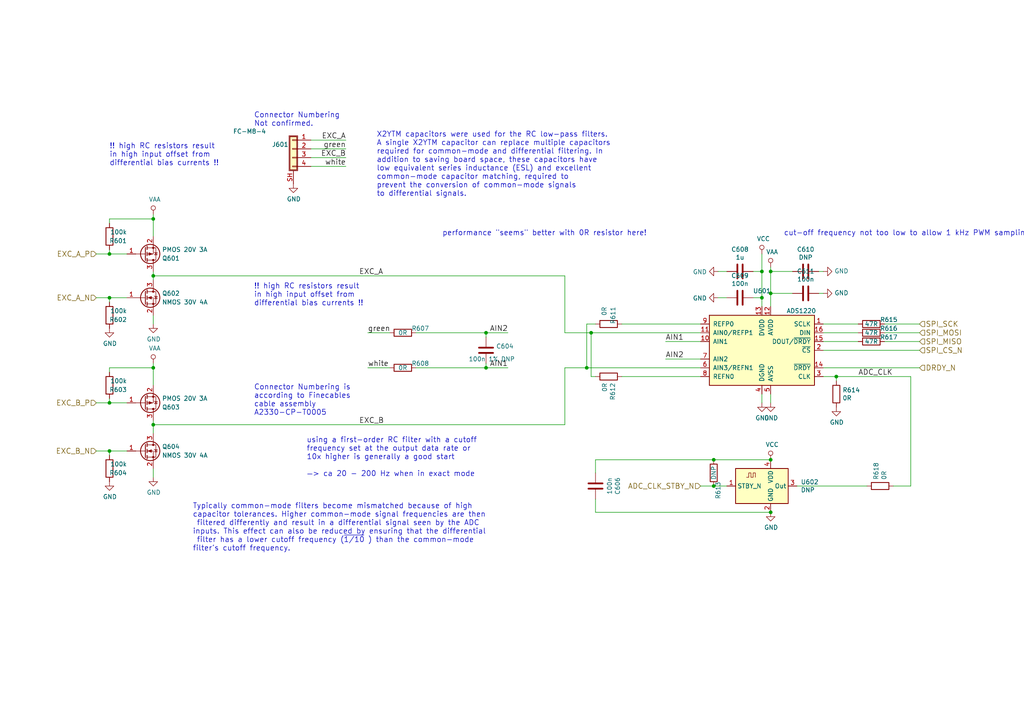
<source format=kicad_sch>
(kicad_sch (version 20211123) (generator eeschema)
  (paper "A4")
  (title_block (title "NB2-MAIN") (date "2022-12-22") (rev "3.3") (company "Octanis Instruments GmbH") (comment 2 "- reduced mechanical hole size of M8 connectors") (comment 3 "Change Log to Rev3.2:"))
  (lib_symbols
    (symbol "Connector_Generic_Shielded:Conn_01x04_Shielded" (pin_names (offset 1.016) hide)
      (property "Reference" "J" (at 0.254 4.826 0))
      (property "Value" "Connector_Generic_Shielded_Conn_01x04_Shielded" (at 1.016 -7.366 0))
      (symbol "Conn_01x04_Shielded_1_1"
        (rectangle (start -1.27 3.81) (end 1.27 -6.35) (stroke (width 0.1524)))
        (rectangle (start -1.016 -4.953) (end 0.254 -5.207) (stroke (width 0.1524)))
        (rectangle (start -1.016 -2.413) (end 0.254 -2.667) (stroke (width 0.1524)))
        (rectangle (start -1.016 0.127) (end 0.254 -0.127) (stroke (width 0.1524)))
        (rectangle (start -1.016 2.667) (end 0.254 2.413) (stroke (width 0.1524)))
        (rectangle (start -1.016 3.556) (end 1.016 -6.096) (stroke (width 0.254)) (fill (type background)))
        (pin passive line (at -5.08 2.54 0) (length 4.064) (name "Pin_1") (number "1"))
        (pin passive line (at -5.08 0 0) (length 4.064) (name "Pin_2") (number "2"))
        (pin passive line (at -5.08 -2.54 0) (length 4.064) (name "Pin_3") (number "3"))
        (pin passive line (at -5.08 -5.08 0) (length 4.064) (name "Pin_4") (number "4"))
        (pin passive line (at 0 -10.16 90) (length 3.81) (name "Shield") (number "SH"))
      )
    )
    (symbol "Device:Q_NMOS_GSD" (pin_names (offset 0) hide)
      (property "Reference" "Q" (at 5.08 1.27 0))
      (property "Value" "Device_Q_NMOS_GSD" (at 5.08 -1.27 0))
      (symbol "Q_NMOS_GSD_0_1"
        (polyline (pts (xy 0.254 0) (xy -2.54 0)))
        (polyline (pts (xy 0.254 1.905) (xy 0.254 -1.905)) (stroke (width 0.254)))
        (polyline (pts (xy 0.762 -1.27) (xy 0.762 -2.286)) (stroke (width 0.254)))
        (polyline (pts (xy 0.762 0.508) (xy 0.762 -0.508)) (stroke (width 0.254)))
        (polyline (pts (xy 0.762 2.286) (xy 0.762 1.27)) (stroke (width 0.254)))
        (polyline (pts (xy 2.54 2.54) (xy 2.54 1.778)))
        (polyline (pts (xy 2.54 -2.54) (xy 2.54 0) (xy 0.762 0)))
        (polyline (pts (xy 0.762 -1.778) (xy 3.302 -1.778) (xy 3.302 1.778) (xy 0.762 1.778)))
        (polyline (pts (xy 1.016 0) (xy 2.032 0.381) (xy 2.032 -0.381) (xy 1.016 0)) (fill (type outline)))
        (polyline (pts (xy 2.794 0.508) (xy 2.921 0.381) (xy 3.683 0.381) (xy 3.81 0.254)))
        (polyline (pts (xy 3.302 0.381) (xy 2.921 -0.254) (xy 3.683 -0.254) (xy 3.302 0.381)))
        (circle (center 1.651 0) (radius 2.794) (stroke (width 0.254)))
        (circle (center 2.54 -1.778) (radius 0.254) (fill (type outline)))
        (circle (center 2.54 1.778) (radius 0.254) (fill (type outline)))
      )
      (symbol "Q_NMOS_GSD_1_1"
        (pin input line (at -5.08 0 0) (length 2.54) (name "G") (number "1"))
        (pin passive line (at 2.54 -5.08 90) (length 2.54) (name "S") (number "2"))
        (pin passive line (at 2.54 5.08 270) (length 2.54) (name "D") (number "3"))
      )
    )
    (symbol "Device:Q_PMOS_GSD" (pin_names (offset 0) hide)
      (property "Reference" "Q" (at 5.08 1.27 0))
      (property "Value" "Device_Q_PMOS_GSD" (at 5.08 -1.27 0))
      (symbol "Q_PMOS_GSD_0_1"
        (polyline (pts (xy 0.254 0) (xy -2.54 0)))
        (polyline (pts (xy 0.254 1.905) (xy 0.254 -1.905)) (stroke (width 0.254)))
        (polyline (pts (xy 0.762 -1.27) (xy 0.762 -2.286)) (stroke (width 0.254)))
        (polyline (pts (xy 0.762 0.508) (xy 0.762 -0.508)) (stroke (width 0.254)))
        (polyline (pts (xy 0.762 2.286) (xy 0.762 1.27)) (stroke (width 0.254)))
        (polyline (pts (xy 2.54 2.54) (xy 2.54 1.778)))
        (polyline (pts (xy 2.54 -2.54) (xy 2.54 0) (xy 0.762 0)))
        (polyline (pts (xy 0.762 1.778) (xy 3.302 1.778) (xy 3.302 -1.778) (xy 0.762 -1.778)))
        (polyline (pts (xy 2.286 0) (xy 1.27 0.381) (xy 1.27 -0.381) (xy 2.286 0)) (fill (type outline)))
        (polyline (pts (xy 2.794 -0.508) (xy 2.921 -0.381) (xy 3.683 -0.381) (xy 3.81 -0.254)))
        (polyline (pts (xy 3.302 -0.381) (xy 2.921 0.254) (xy 3.683 0.254) (xy 3.302 -0.381)))
        (circle (center 1.651 0) (radius 2.794) (stroke (width 0.254)))
        (circle (center 2.54 -1.778) (radius 0.254) (fill (type outline)))
        (circle (center 2.54 1.778) (radius 0.254) (fill (type outline)))
      )
      (symbol "Q_PMOS_GSD_1_1"
        (pin input line (at -5.08 0 0) (length 2.54) (name "G") (number "1"))
        (pin passive line (at 2.54 -5.08 90) (length 2.54) (name "S") (number "2"))
        (pin passive line (at 2.54 5.08 270) (length 2.54) (name "D") (number "3"))
      )
    )
    (symbol "Device:R" (pin_numbers hide) (pin_names (offset 0))
      (property "Reference" "R" (at 2.032 0 90))
      (property "Value" "Device_R" (at 0 0 90))
      (symbol "R_0_1"
        (rectangle (start -1.016 -2.54) (end 1.016 2.54) (stroke (width 0.254)))
      )
      (symbol "R_1_1"
        (pin passive line (at 0 3.81 270) (length 1.27) (name "~") (number "1"))
        (pin passive line (at 0 -3.81 90) (length 1.27) (name "~") (number "2"))
      )
    )
    (symbol "Nestbox_v2-rescue:ADS1120-PW" (pin_names (offset 1.016))
      (property "Reference" "U" (at -15.24 11.43 0))
      (property "Value" "ADS1120-PW" (at 6.35 11.43 0))
      (symbol "ADS1120-PW_0_1"
        (rectangle (start -15.24 10.16) (end 15.24 -10.16) (stroke (width 0.254)) (fill (type background)))
      )
      (symbol "ADS1120-PW_1_1"
        (pin input line (at 17.78 7.62 180) (length 2.54) (name "SCLK") (number "1"))
        (pin input line (at -17.78 2.54 0) (length 2.54) (name "AIN1") (number "10"))
        (pin input line (at -17.78 5.08 0) (length 2.54) (name "AIN0/REFP1") (number "11"))
        (pin power_in line (at 2.54 12.7 270) (length 2.54) (name "AVDD") (number "12"))
        (pin power_in line (at 0 12.7 270) (length 2.54) (name "DVDD") (number "13"))
        (pin output line (at 17.78 -5.08 180) (length 2.54) (name "~{DRDY}") (number "14"))
        (pin output line (at 17.78 2.54 180) (length 2.54) (name "DOUT/~{DRDY}") (number "15"))
        (pin input line (at 17.78 5.08 180) (length 2.54) (name "DIN") (number "16"))
        (pin input line (at 17.78 0 180) (length 2.54) (name "~{CS}") (number "2"))
        (pin input line (at 17.78 -7.62 180) (length 2.54) (name "CLK") (number "3"))
        (pin power_in line (at 0 -12.7 90) (length 2.54) (name "DGND") (number "4"))
        (pin power_in line (at 2.54 -12.7 90) (length 2.54) (name "AVSS") (number "5"))
        (pin input line (at -17.78 -5.08 0) (length 2.54) (name "AIN3/REFN1") (number "6"))
        (pin input line (at -17.78 -2.54 0) (length 2.54) (name "AIN2") (number "7"))
        (pin input line (at -17.78 -7.62 0) (length 2.54) (name "REFN0") (number "8"))
        (pin input line (at -17.78 7.62 0) (length 2.54) (name "REFP0") (number "9"))
      )
    )
    (symbol "Nestbox_v2-rescue:C-device" (pin_numbers hide) (pin_names (offset 0.254))
      (property "Reference" "C" (at 0.635 2.54 0))
      (property "Value" "C-device" (at 0.635 -2.54 0))
      (symbol "C-device_0_1"
        (polyline (pts (xy -2.032 -0.762) (xy 2.032 -0.762)) (stroke (width 0.508)))
        (polyline (pts (xy -2.032 0.762) (xy 2.032 0.762)) (stroke (width 0.508)))
      )
      (symbol "C-device_1_1"
        (pin passive line (at 0 3.81 270) (length 2.794) (name "~") (number "1"))
        (pin passive line (at 0 -3.81 90) (length 2.794) (name "~") (number "2"))
      )
    )
    (symbol "Nestbox_v2-rescue:GND-power1" (power) (pin_names (offset 0))
      (property "Value" "GND-power1" (at 0 -3.81 0))
      (symbol "GND-power1_0_1"
        (polyline (pts (xy 0 0) (xy 0 -1.27) (xy 1.27 -1.27) (xy 0 -2.54) (xy -1.27 -1.27) (xy 0 -1.27)))
      )
      (symbol "GND-power1_1_1"
        (pin power_in line (at 0 0 270) (length 0) hide (name "GND") (number "1"))
      )
    )
    (symbol "Nestbox_v2-rescue:R-device" (pin_numbers hide) (pin_names (offset 0))
      (property "Reference" "R" (at 2.032 0 90))
      (property "Value" "R-device" (at 0 0 90))
      (symbol "R-device_0_1"
        (rectangle (start -1.016 -2.54) (end 1.016 2.54) (stroke (width 0.254)))
      )
      (symbol "R-device_1_1"
        (pin passive line (at 0 3.81 270) (length 1.27) (name "~") (number "1"))
        (pin passive line (at 0 -3.81 90) (length 1.27) (name "~") (number "2"))
      )
    )
    (symbol "Nestbox_v2-rescue:VAA-power1" (power) (pin_names (offset 0))
      (property "Value" "VAA-power1" (at 0 3.81 0))
      (symbol "VAA-power1_0_1"
        (polyline (pts (xy 0 0) (xy 0 1.27)))
        (circle (center 0 1.905) (radius 0.635))
      )
      (symbol "VAA-power1_1_1"
        (pin power_in line (at 0 0 90) (length 0) hide (name "VAA") (number "1"))
      )
    )
    (symbol "Octanis3:SIT1602BI-11-XXS-4.096000"
      (property "Reference" "U" (at -6.35 6.35 0))
      (property "Value" "SIT1602BI-11-XXS-4.096000" (at 11.43 6.35 0))
      (symbol "SIT1602BI-11-XXS-4.096000_1_1"
        (rectangle (start -7.62 5.08) (end 7.62 -5.08) (stroke (width 0.254)) (fill (type background)))
        (polyline (pts (xy -4.445 2.54) (xy -3.81 2.54) (xy -3.81 3.81) (xy -3.175 3.81) (xy -3.175 2.54) (xy -2.54 2.54) (xy -2.54 3.81) (xy -1.905 3.81) (xy -1.905 2.54)))
        (pin input line (at -10.16 0 0) (length 2.54) (name "STBY_N") (number "1"))
        (pin power_in line (at 2.54 -7.62 90) (length 2.54) (name "GND") (number "2"))
        (pin output line (at 10.16 0 180) (length 2.54) (name "Out") (number "3"))
        (pin power_in line (at 2.54 7.62 270) (length 2.54) (name "VDD") (number "4"))
      )
    )
    (symbol "power:GND" (power) (pin_names (offset 0))
      (property "Value" "power_GND" (at 0 -3.81 0))
      (symbol "GND_0_1"
        (polyline (pts (xy 0 0) (xy 0 -1.27) (xy 1.27 -1.27) (xy 0 -2.54) (xy -1.27 -1.27) (xy 0 -1.27)))
      )
      (symbol "GND_1_1"
        (pin power_in line (at 0 0 270) (length 0) hide (name "GND") (number "1"))
      )
    )
    (symbol "power:VAA" (power) (pin_names (offset 0))
      (property "Value" "power_VAA" (at 0 3.81 0))
      (symbol "VAA_0_1"
        (polyline (pts (xy 0 0) (xy 0 1.27)))
        (circle (center 0 1.905) (radius 0.635))
      )
      (symbol "VAA_1_1"
        (pin power_in line (at 0 0 90) (length 0) hide (name "VAA") (number "1"))
      )
    )
    (symbol "power:VCC" (power) (pin_names (offset 0))
      (property "Value" "power_VCC" (at 0 3.81 0))
      (symbol "VCC_0_1"
        (polyline (pts (xy 0 0) (xy 0 1.27)))
        (circle (center 0 1.905) (radius 0.635))
      )
      (symbol "VCC_1_1"
        (pin power_in line (at 0 0 90) (length 0) hide (name "VCC") (number "1"))
      )
    )
  )
  (junction (at 44.45 63.5))
  (junction (at 170.18 106.68))
  (junction (at 31.75 116.84))
  (junction (at 207.01 140.97))
  (junction (at 223.52 78.74))
  (junction (at 44.45 80.01))
  (junction (at 223.52 85.09))
  (junction (at 223.52 133.35))
  (junction (at 140.97 96.52))
  (junction (at 31.75 73.66))
  (junction (at 44.45 123.19))
  (junction (at 207.01 133.35))
  (junction (at 140.97 106.68))
  (junction (at 242.57 109.22))
  (junction (at 220.98 86.36))
  (junction (at 220.98 78.74))
  (junction (at 31.75 86.36))
  (junction (at 31.75 130.81))
  (junction (at 223.52 148.59))
  (junction (at 44.45 106.68))
  (junction (at 171.45 96.52))
  (wire (pts (xy 220.98 116.84) (xy 220.98 114.3)))
  (wire (pts (xy 44.45 63.5) (xy 44.45 68.58)))
  (wire (pts (xy 113.03 96.52) (xy 106.68 96.52)))
  (wire (pts (xy 172.72 109.22) (xy 171.45 109.22)))
  (wire (pts (xy 120.65 96.52) (xy 140.97 96.52)))
  (wire (pts (xy 238.76 106.68) (xy 266.7 106.68)))
  (wire (pts (xy 163.83 106.68) (xy 170.18 106.68)))
  (wire (pts (xy 171.45 96.52) (xy 203.2 96.52)))
  (wire (pts (xy 163.83 96.52) (xy 171.45 96.52)))
  (wire (pts (xy 256.54 96.52) (xy 266.7 96.52)))
  (wire (pts (xy 172.72 148.59) (xy 172.72 144.78)))
  (wire (pts (xy 27.94 116.84) (xy 31.75 116.84)))
  (wire (pts (xy 172.72 93.98) (xy 170.18 93.98)))
  (wire (pts (xy 44.45 80.01) (xy 44.45 81.28)))
  (wire (pts (xy 210.82 140.97) (xy 207.01 140.97)))
  (wire (pts (xy 229.87 85.09) (xy 223.52 85.09)))
  (wire (pts (xy 100.33 40.64) (xy 90.17 40.64)))
  (wire (pts (xy 31.75 72.39) (xy 31.75 73.66)))
  (wire (pts (xy 27.94 130.81) (xy 31.75 130.81)))
  (wire (pts (xy 218.44 86.36) (xy 220.98 86.36)))
  (wire (pts (xy 264.16 109.22) (xy 264.16 140.97)))
  (wire (pts (xy 208.28 78.74) (xy 210.82 78.74)))
  (wire (pts (xy 223.52 116.84) (xy 223.52 114.3)))
  (wire (pts (xy 44.45 123.19) (xy 44.45 125.73)))
  (wire (pts (xy 223.52 78.74) (xy 223.52 85.09)))
  (wire (pts (xy 27.94 86.36) (xy 31.75 86.36)))
  (wire (pts (xy 44.45 135.89) (xy 44.45 138.43)))
  (wire (pts (xy 218.44 78.74) (xy 220.98 78.74)))
  (wire (pts (xy 140.97 106.68) (xy 147.32 106.68)))
  (wire (pts (xy 172.72 137.16) (xy 172.72 133.35)))
  (wire (pts (xy 44.45 106.68) (xy 44.45 111.76)))
  (wire (pts (xy 163.83 106.68) (xy 163.83 123.19)))
  (wire (pts (xy 31.75 116.84) (xy 36.83 116.84)))
  (wire (pts (xy 223.52 148.59) (xy 172.72 148.59)))
  (wire (pts (xy 31.75 116.84) (xy 31.75 115.57)))
  (wire (pts (xy 203.2 104.14) (xy 193.04 104.14)))
  (wire (pts (xy 237.49 78.74) (xy 238.76 78.74)))
  (wire (pts (xy 172.72 133.35) (xy 207.01 133.35)))
  (wire (pts (xy 264.16 109.22) (xy 242.57 109.22)))
  (wire (pts (xy 238.76 101.6) (xy 266.7 101.6)))
  (wire (pts (xy 31.75 130.81) (xy 36.83 130.81)))
  (wire (pts (xy 180.34 93.98) (xy 203.2 93.98)))
  (wire (pts (xy 220.98 86.36) (xy 220.98 88.9)))
  (wire (pts (xy 140.97 106.68) (xy 140.97 105.41)))
  (wire (pts (xy 44.45 78.74) (xy 44.45 80.01)))
  (wire (pts (xy 220.98 73.66) (xy 220.98 78.74)))
  (wire (pts (xy 44.45 121.92) (xy 44.45 123.19)))
  (wire (pts (xy 120.65 106.68) (xy 140.97 106.68)))
  (wire (pts (xy 44.45 105.41) (xy 44.45 106.68)))
  (wire (pts (xy 256.54 99.06) (xy 266.7 99.06)))
  (wire (pts (xy 44.45 123.19) (xy 163.83 123.19)))
  (wire (pts (xy 180.34 109.22) (xy 203.2 109.22)))
  (wire (pts (xy 207.01 140.97) (xy 203.2 140.97)))
  (wire (pts (xy 256.54 93.98) (xy 266.7 93.98)))
  (wire (pts (xy 242.57 109.22) (xy 238.76 109.22)))
  (wire (pts (xy 27.94 73.66) (xy 31.75 73.66)))
  (wire (pts (xy 31.75 132.08) (xy 31.75 130.81)))
  (wire (pts (xy 163.83 80.01) (xy 163.83 96.52)))
  (wire (pts (xy 238.76 85.09) (xy 237.49 85.09)))
  (wire (pts (xy 140.97 96.52) (xy 147.32 96.52)))
  (wire (pts (xy 251.46 140.97) (xy 231.14 140.97)))
  (wire (pts (xy 223.52 85.09) (xy 223.52 88.9)))
  (wire (pts (xy 248.92 99.06) (xy 238.76 99.06)))
  (wire (pts (xy 170.18 106.68) (xy 203.2 106.68)))
  (wire (pts (xy 90.17 48.26) (xy 100.33 48.26)))
  (wire (pts (xy 100.33 43.18) (xy 90.17 43.18)))
  (wire (pts (xy 242.57 110.49) (xy 242.57 109.22)))
  (wire (pts (xy 100.33 45.72) (xy 90.17 45.72)))
  (wire (pts (xy 238.76 96.52) (xy 248.92 96.52)))
  (wire (pts (xy 220.98 78.74) (xy 220.98 86.36)))
  (wire (pts (xy 31.75 86.36) (xy 36.83 86.36)))
  (wire (pts (xy 248.92 93.98) (xy 238.76 93.98)))
  (wire (pts (xy 44.45 91.44) (xy 44.45 93.98)))
  (wire (pts (xy 208.28 86.36) (xy 210.82 86.36)))
  (wire (pts (xy 44.45 80.01) (xy 163.83 80.01)))
  (wire (pts (xy 44.45 62.23) (xy 44.45 63.5)))
  (wire (pts (xy 203.2 99.06) (xy 193.04 99.06)))
  (wire (pts (xy 171.45 109.22) (xy 171.45 96.52)))
  (wire (pts (xy 31.75 63.5) (xy 31.75 64.77)))
  (wire (pts (xy 31.75 73.66) (xy 36.83 73.66)))
  (wire (pts (xy 140.97 96.52) (xy 140.97 97.79)))
  (wire (pts (xy 113.03 106.68) (xy 106.68 106.68)))
  (wire (pts (xy 207.01 133.35) (xy 223.52 133.35)))
  (wire (pts (xy 31.75 87.63) (xy 31.75 86.36)))
  (wire (pts (xy 31.75 106.68) (xy 31.75 107.95)))
  (wire (pts (xy 44.45 63.5) (xy 31.75 63.5)))
  (wire (pts (xy 223.52 78.74) (xy 229.87 78.74)))
  (wire (pts (xy 259.08 140.97) (xy 264.16 140.97)))
  (wire (pts (xy 223.52 77.47) (xy 223.52 78.74)))
  (wire (pts (xy 170.18 93.98) (xy 170.18 106.68)))
  (wire (pts (xy 44.45 106.68) (xy 31.75 106.68)))
  (text "!! high RC resistors result \nin high input offset from \ndifferential bias currents !!" (at 73.66 88.9 0) (effects (font (size 1.524 1.524)) (justify left bottom)))
  (text "!! high RC resistors result \nin high input offset from \ndifferential bias currents !!" (at 31.75 48.26 0) (effects (font (size 1.524 1.524)) (justify left bottom)))
  (text "using a first-order RC filter with a cutoff \nfrequency set at the output data rate or \n10x higher is generally a good start\n\n—> ca 20 - 200 Hz when in exact mode\n" (at 88.9 138.43 0) (effects (font (size 1.524 1.524)) (justify left bottom)))
  (text "Typically common-mode filters become mismatched because of high \ncapacitor tolerances. Higher common-mode signal frequencies are then\n filtered differently and result in a differential signal seen by the ADC \ninputs. This effect can also be reduced by ensuring that the differential\n filter has a lower cutoff frequency (~{1/10} ) than the common-mode \nfilter’s cutoff frequency. \n" (at 55.88 160.02 0) (effects (font (size 1.524 1.524)) (justify left bottom)))
  (text "Connector Numbering is\naccording to Finecables \ncable assembly \nA2330-CP-T0005" (at 73.66 120.65 0) (effects (font (size 1.524 1.524)) (justify left bottom)))
  (text "cut-off frequency not too low to allow 1 kHz PWM sampling\n" (at 227.33 68.58 0) (effects (font (size 1.524 1.524)) (justify left bottom)))
  (text "Connector Numbering \nNot confirmed." (at 73.66 36.83 0) (effects (font (size 1.524 1.524)) (justify left bottom)))
  (text "performance \"seems\" better with 0R resistor here!" (at 128.27 68.58 0) (effects (font (size 1.524 1.524)) (justify left bottom)))
  (text "X2YTM capacitors were used for the RC low-pass filters. \nA single X2YTM capacitor can replace multiple capacitors \nrequired for common-mode and differential filtering. In \naddition to saving board space, these capacitors have \nlow equivalent series inductance (ESL) and excellent \ncommon-mode capacitor matching, required to \nprevent the conversion of common-mode signals \nto differential signals. \n" (at 109.22 57.15 0) (effects (font (size 1.524 1.524)) (justify left bottom)))
  (label "white" (at 100.33 48.26 180) (effects (font (size 1.524 1.524))))
  (label "EXC_B" (at 104.14 123.19 0) (effects (font (size 1.524 1.524))))
  (label "green" (at 100.33 43.18 180) (effects (font (size 1.524 1.524))))
  (label "ADC_CLK" (at 248.92 109.22 0) (effects (font (size 1.524 1.524))))
  (label "white" (at 106.68 106.68 0) (effects (font (size 1.524 1.524))))
  (label "EXC_B" (at 100.33 45.72 180) (effects (font (size 1.524 1.524))))
  (label "AIN2" (at 147.32 96.52 180) (effects (font (size 1.524 1.524))))
  (label "EXC_A" (at 100.33 40.64 180) (effects (font (size 1.524 1.524))))
  (label "AIN2" (at 193.04 104.14 0) (effects (font (size 1.524 1.524))))
  (label "EXC_A" (at 104.14 80.01 0) (effects (font (size 1.524 1.524))))
  (label "AIN1" (at 193.04 99.06 0) (effects (font (size 1.524 1.524))))
  (label "AIN1" (at 147.32 106.68 180) (effects (font (size 1.524 1.524))))
  (label "green" (at 106.68 96.52 0) (effects (font (size 1.524 1.524))))
  (hierarchical_label "EXC_B_N" (shape input) (at 27.94 130.81 180) (effects (font (size 1.524 1.524))))
  (hierarchical_label "ADC_CLK_STBY_N" (shape input) (at 203.2 140.97 180) (effects (font (size 1.524 1.524))))
  (hierarchical_label "SPI_MISO" (shape input) (at 266.7 99.06 0) (effects (font (size 1.524 1.524))))
  (hierarchical_label "DRDY_N" (shape input) (at 266.7 106.68 0) (effects (font (size 1.524 1.524))))
  (hierarchical_label "EXC_A_P" (shape input) (at 27.94 73.66 180) (effects (font (size 1.524 1.524))))
  (hierarchical_label "SPI_SCK" (shape input) (at 266.7 93.98 0) (effects (font (size 1.524 1.524))))
  (hierarchical_label "SPI_CS_N" (shape input) (at 266.7 101.6 0) (effects (font (size 1.524 1.524))))
  (hierarchical_label "EXC_B_P" (shape input) (at 27.94 116.84 180) (effects (font (size 1.524 1.524))))
  (hierarchical_label "SPI_MOSI" (shape input) (at 266.7 96.52 0) (effects (font (size 1.524 1.524))))
  (hierarchical_label "EXC_A_N" (shape input) (at 27.94 86.36 180) (effects (font (size 1.524 1.524))))
  (symbol (lib_id "Nestbox_v2-rescue:C-device") (at 214.63 86.36 90) (unit 1)
    (property "Reference" "C609" (at 214.63 79.9592 90))
    (property "Value" "100n" (at 214.63 82.2706 90))
    (property "Footprint" "Capacitor_SMD:C_0603_1608Metric" (effects hide))
  )
  (symbol (lib_id "Nestbox_v2-rescue:C-device") (at 140.97 101.6 0) (unit 1)
    (property "Reference" "C604" (at 143.891 100.4316 0) (effects (justify left)))
    (property "Value" "100n 1% DNP" (at 135.89 104.14 0) (effects (justify left)))
    (property "Footprint" "Capacitor_SMD:C_0603_1608Metric" (effects hide))
  )
  (symbol (lib_id "Nestbox_v2-rescue:R-device") (at 116.84 96.52 270) (unit 1)
    (property "Reference" "R607" (at 121.92 95.25 90))
    (property "Value" "0R" (at 116.84 96.52 90))
    (property "Footprint" "Resistor_SMD:R_0603_1608Metric" (effects hide))
  )
  (symbol (lib_id "Nestbox_v2-rescue:R-device") (at 116.84 106.68 270) (unit 1)
    (property "Reference" "R608" (at 121.92 105.41 90))
    (property "Value" "0R" (at 116.84 106.68 90))
    (property "Footprint" "Resistor_SMD:R_0603_1608Metric" (effects hide))
  )
  (symbol (lib_id "Nestbox_v2-rescue:R-device") (at 252.73 99.06 270) (unit 1)
    (property "Reference" "R617" (at 257.81 97.79 90))
    (property "Value" "47R" (at 252.73 99.06 90))
    (property "Footprint" "Resistor_SMD:R_0603_1608Metric" (effects hide))
  )
  (symbol (lib_id "Nestbox_v2-rescue:R-device") (at 252.73 96.52 270) (unit 1)
    (property "Reference" "R616" (at 257.81 95.25 90))
    (property "Value" "47R" (at 252.73 96.52 90))
    (property "Footprint" "Resistor_SMD:R_0603_1608Metric" (effects hide))
  )
  (symbol (lib_id "Nestbox_v2-rescue:R-device") (at 252.73 93.98 270) (unit 1)
    (property "Reference" "R615" (at 257.81 92.71 90))
    (property "Value" "47R" (at 252.73 93.98 90))
    (property "Footprint" "Resistor_SMD:R_0603_1608Metric" (effects hide))
  )
  (symbol (lib_id "Nestbox_v2-rescue:R-device") (at 255.27 140.97 90) (unit 1)
    (property "Reference" "R618" (at 254.1016 139.192 0) (effects (justify left)))
    (property "Value" "0R" (at 256.413 139.192 0) (effects (justify left)))
    (property "Footprint" "Resistor_SMD:R_0603_1608Metric" (effects hide))
  )
  (symbol (lib_id "Nestbox_v2-rescue:GND-power1") (at 223.52 148.59 0) (unit 1)
    (property "Reference" "#PWR0616" (effects hide))
    (property "Value" "GND" (at 223.647 152.9842 0))
  )
  (symbol (lib_id "Nestbox_v2-rescue:C-device") (at 172.72 140.97 0) (unit 1)
    (property "Reference" "C606" (at 179.1208 140.97 90))
    (property "Value" "100n" (at 176.8094 140.97 90))
    (property "Footprint" "Capacitor_SMD:C_0603_1608Metric" (effects hide))
  )
  (symbol (lib_id "power:VCC") (at 220.98 73.66 0) (unit 1)
    (property "Reference" "#PWR0611" (effects hide))
    (property "Value" "VCC" (at 221.4118 69.2658 0))
  )
  (symbol (lib_id "power:VCC") (at 223.52 133.35 0) (unit 1)
    (property "Reference" "#PWR0615" (effects hide))
    (property "Value" "VCC" (at 223.9518 128.9558 0))
  )
  (symbol (lib_id "Nestbox_v2-rescue:R-device") (at 242.57 114.3 0) (unit 1)
    (property "Reference" "R614" (at 244.348 113.1316 0) (effects (justify left)))
    (property "Value" "0R" (at 244.348 115.443 0) (effects (justify left)))
    (property "Footprint" "Resistor_SMD:R_0603_1608Metric" (effects hide))
  )
  (symbol (lib_id "Nestbox_v2-rescue:GND-power1") (at 242.57 118.11 0) (unit 1)
    (property "Reference" "#PWR0619" (effects hide))
    (property "Value" "GND" (at 242.697 122.5042 0))
  )
  (symbol (lib_id "Nestbox_v2-rescue:R-device") (at 207.01 137.16 180) (unit 1)
    (property "Reference" "R613" (at 208.28 142.24 90))
    (property "Value" "DNP" (at 207.01 137.16 90))
    (property "Footprint" "Resistor_SMD:R_0603_1608Metric" (effects hide))
  )
  (symbol (lib_id "Connector_Generic_Shielded:Conn_01x04_Shielded") (at 85.09 43.18 0) (mirror y) (unit 1)
    (property "Reference" "J601" (at 81.28 41.91 0))
    (property "Value" "FC-M8-4" (at 72.39 38.1 0))
    (property "Footprint" "lib_fp:M8_4pin_2.9mm_hole" (effects hide))
    (property "MPN" "MB08MBSAFF04RA" (effects hide))
    (property "MPN2" "M8S-04PMMR-SF8001" (effects hide))
  )
  (symbol (lib_id "Nestbox_v2-rescue:ADS1120-PW") (at 220.98 101.6 0) (unit 1)
    (property "Reference" "U601" (at 220.98 84.3788 0))
    (property "Value" "ADS1220" (at 232.41 90.17 0))
    (property "Footprint" "Package_SO:TSSOP-16_4.4x5mm_P0.65mm" (effects hide))
    (property "MPN" "ADS1220IPW" (effects hide))
  )
  (symbol (lib_id "Nestbox_v2-rescue:C-device") (at 233.68 78.74 270) (unit 1)
    (property "Reference" "C610" (at 233.68 72.3392 90))
    (property "Value" "DNP" (at 233.68 74.6506 90))
    (property "Footprint" "Capacitor_SMD:C_0805_2012Metric" (effects hide))
  )
  (symbol (lib_id "Nestbox_v2-rescue:GND-power1") (at 220.98 116.84 0) (unit 1)
    (property "Reference" "#PWR0612" (effects hide))
    (property "Value" "GND" (at 221.107 121.2342 0))
  )
  (symbol (lib_id "Nestbox_v2-rescue:C-device") (at 214.63 78.74 270) (unit 1)
    (property "Reference" "C608" (at 214.63 72.3392 90))
    (property "Value" "1u" (at 214.63 74.6506 90))
    (property "Footprint" "Capacitor_SMD:C_0603_1608Metric" (effects hide))
  )
  (symbol (lib_id "Nestbox_v2-rescue:C-device") (at 233.68 85.09 270) (unit 1)
    (property "Reference" "C611" (at 233.68 78.6892 90))
    (property "Value" "100n" (at 233.68 81.0006 90))
    (property "Footprint" "Capacitor_SMD:C_0603_1608Metric" (effects hide))
  )
  (symbol (lib_id "Nestbox_v2-rescue:GND-power1") (at 223.52 116.84 0) (unit 1)
    (property "Reference" "#PWR0614" (effects hide))
    (property "Value" "GND" (at 223.647 121.2342 0))
  )
  (symbol (lib_id "Nestbox_v2-rescue:GND-power1") (at 238.76 78.74 90) (unit 1)
    (property "Reference" "#PWR0617" (effects hide))
    (property "Value" "GND" (at 242.0112 78.613 90) (effects (justify right)))
  )
  (symbol (lib_id "Nestbox_v2-rescue:GND-power1") (at 238.76 85.09 90) (unit 1)
    (property "Reference" "#PWR0618" (effects hide))
    (property "Value" "GND" (at 242.0112 84.963 90) (effects (justify right)))
  )
  (symbol (lib_id "Nestbox_v2-rescue:GND-power1") (at 208.28 86.36 270) (unit 1)
    (property "Reference" "#PWR0610" (effects hide))
    (property "Value" "GND" (at 205.0288 86.487 90) (effects (justify right)))
  )
  (symbol (lib_id "Nestbox_v2-rescue:GND-power1") (at 208.28 78.74 270) (unit 1)
    (property "Reference" "#PWR0609" (effects hide))
    (property "Value" "GND" (at 205.0288 78.867 90) (effects (justify right)))
  )
  (symbol (lib_id "Nestbox_v2-rescue:VAA-power1") (at 223.52 77.47 0) (unit 1)
    (property "Reference" "#PWR0613" (effects hide))
    (property "Value" "VAA" (at 223.9518 73.0758 0))
  )
  (symbol (lib_id "Nestbox_v2-rescue:R-device") (at 176.53 109.22 270) (unit 1)
    (property "Reference" "R612" (at 177.6984 110.998 0) (effects (justify left)))
    (property "Value" "0R" (at 175.387 110.998 0) (effects (justify left)))
    (property "Footprint" "Resistor_SMD:R_0603_1608Metric" (effects hide))
  )
  (symbol (lib_id "Nestbox_v2-rescue:R-device") (at 176.53 93.98 270) (unit 1)
    (property "Reference" "R611" (at 177.8 88.9 0) (effects (justify left)))
    (property "Value" "0R" (at 175.26 88.9 0) (effects (justify left)))
    (property "Footprint" "Resistor_SMD:R_0603_1608Metric" (effects hide))
  )
  (symbol (lib_id "power:GND") (at 44.45 93.98 0) (unit 1)
    (property "Reference" "#PWR0604" (effects hide))
    (property "Value" "GND" (at 44.577 98.3742 0))
  )
  (symbol (lib_id "power:GND") (at 44.45 138.43 0) (unit 1)
    (property "Reference" "#PWR0606" (effects hide))
    (property "Value" "GND" (at 44.577 142.8242 0))
  )
  (symbol (lib_id "power:VAA") (at 44.45 62.23 0) (unit 1)
    (property "Reference" "#PWR0603" (effects hide))
    (property "Value" "VAA" (at 44.8818 57.8358 0))
  )
  (symbol (lib_id "power:VAA") (at 44.45 105.41 0) (unit 1)
    (property "Reference" "#PWR0605" (effects hide))
    (property "Value" "VAA" (at 44.8818 101.0158 0))
  )
  (symbol (lib_id "Device:Q_PMOS_GSD") (at 41.91 116.84 0) (mirror x) (unit 1)
    (property "Reference" "Q603" (at 46.99 118.11 0) (effects (justify left)))
    (property "Value" "PMOS 20V 3A" (at 46.99 115.57 0) (effects (justify left)))
    (property "Footprint" "Package_TO_SOT_SMD:SOT-23" (effects hide))
    (property "MPN" "DMP2160U-7" (effects hide))
  )
  (symbol (lib_id "Device:Q_PMOS_GSD") (at 41.91 73.66 0) (mirror x) (unit 1)
    (property "Reference" "Q601" (at 46.99 74.93 0) (effects (justify left)))
    (property "Value" "PMOS 20V 3A" (at 46.99 72.39 0) (effects (justify left)))
    (property "Footprint" "Package_TO_SOT_SMD:SOT-23" (effects hide))
    (property "MPN" "DMP2160U-7" (effects hide))
  )
  (symbol (lib_id "Device:Q_NMOS_GSD") (at 41.91 86.36 0) (unit 1)
    (property "Reference" "Q602" (at 46.99 85.09 0) (effects (justify left)))
    (property "Value" "NMOS 30V 4A" (at 46.99 87.63 0) (effects (justify left)))
    (property "Footprint" "Package_TO_SOT_SMD:SOT-23" (effects hide))
    (property "MPN" "PMV45EN2R" (effects hide))
  )
  (symbol (lib_id "Device:Q_NMOS_GSD") (at 41.91 130.81 0) (unit 1)
    (property "Reference" "Q604" (at 46.99 129.54 0) (effects (justify left)))
    (property "Value" "NMOS 30V 4A" (at 46.99 132.08 0) (effects (justify left)))
    (property "Footprint" "Package_TO_SOT_SMD:SOT-23" (effects hide))
    (property "MPN" "PMV45EN2R" (effects hide))
  )
  (symbol (lib_id "Device:R") (at 31.75 135.89 180) (unit 1)
    (property "Reference" "R604" (at 36.83 137.16 0) (effects (justify left)))
    (property "Value" "100k" (at 36.83 134.62 0) (effects (justify left)))
    (property "Footprint" "Resistor_SMD:R_0603_1608Metric" (effects hide))
  )
  (symbol (lib_id "Device:R") (at 31.75 111.76 180) (unit 1)
    (property "Reference" "R603" (at 36.83 113.03 0) (effects (justify left)))
    (property "Value" "100k" (at 36.83 110.49 0) (effects (justify left)))
    (property "Footprint" "Resistor_SMD:R_0603_1608Metric" (effects hide))
  )
  (symbol (lib_id "Device:R") (at 31.75 91.44 180) (unit 1)
    (property "Reference" "R602" (at 36.83 92.71 0) (effects (justify left)))
    (property "Value" "100k" (at 36.83 90.17 0) (effects (justify left)))
    (property "Footprint" "Resistor_SMD:R_0603_1608Metric" (effects hide))
  )
  (symbol (lib_id "Device:R") (at 31.75 68.58 180) (unit 1)
    (property "Reference" "R601" (at 36.83 69.85 0) (effects (justify left)))
    (property "Value" "100k" (at 36.83 67.31 0) (effects (justify left)))
    (property "Footprint" "Resistor_SMD:R_0603_1608Metric" (effects hide))
  )
  (symbol (lib_id "power:GND") (at 31.75 139.7 0) (unit 1)
    (property "Reference" "#PWR0602" (effects hide))
    (property "Value" "GND" (at 31.877 144.0942 0))
  )
  (symbol (lib_id "power:GND") (at 31.75 95.25 0) (unit 1)
    (property "Reference" "#PWR0601" (effects hide))
    (property "Value" "GND" (at 31.877 99.6442 0))
  )
  (symbol (lib_id "Octanis3:SIT1602BI-11-XXS-4.096000") (at 220.98 140.97 0) (unit 1)
    (property "Reference" "U602" (at 232.2576 139.8016 0) (effects (justify left)))
    (property "Value" "DNP" (at 232.2576 142.113 0) (effects (justify left)))
    (property "Footprint" "Oscillator:Oscillator_SMD_EuroQuartz_XO32-4Pin_3.2x2.5mm" (effects hide))
    (property "Datasheet" "https://abracon.com/Oscillators/ASDMB.pdf" (effects hide))
    (property "MPN" "SIT1602BI-21-XXS-4.096000" (effects hide))
  )
  (symbol (lib_id "Nestbox_v2-rescue:GND-power1") (at 85.09 53.34 0) (unit 1)
    (property "Reference" "#PWR0107" (effects hide))
    (property "Value" "GND" (at 85.217 57.7342 0))
  )
)
</source>
